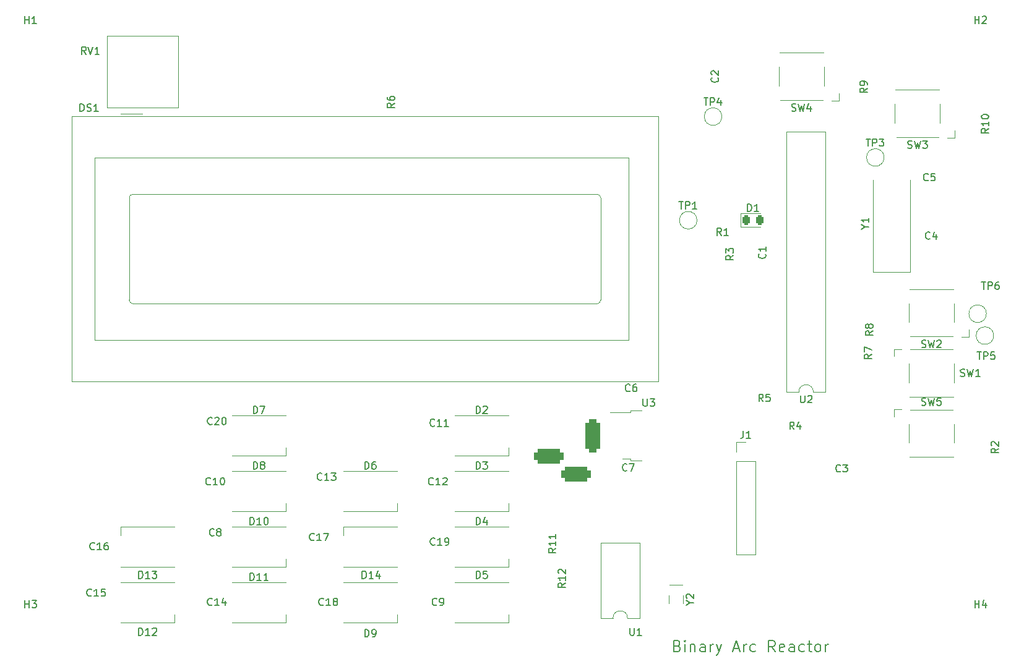
<source format=gbr>
%TF.GenerationSoftware,KiCad,Pcbnew,(6.0.6)*%
%TF.CreationDate,2022-07-23T16:49:30-07:00*%
%TF.ProjectId,HPS-Rect-Clock,4850532d-5265-4637-942d-436c6f636b2e,rev?*%
%TF.SameCoordinates,PX4b93a80PY8b0aba0*%
%TF.FileFunction,Legend,Top*%
%TF.FilePolarity,Positive*%
%FSLAX46Y46*%
G04 Gerber Fmt 4.6, Leading zero omitted, Abs format (unit mm)*
G04 Created by KiCad (PCBNEW (6.0.6)) date 2022-07-23 16:49:30*
%MOMM*%
%LPD*%
G01*
G04 APERTURE LIST*
G04 Aperture macros list*
%AMRoundRect*
0 Rectangle with rounded corners*
0 $1 Rounding radius*
0 $2 $3 $4 $5 $6 $7 $8 $9 X,Y pos of 4 corners*
0 Add a 4 corners polygon primitive as box body*
4,1,4,$2,$3,$4,$5,$6,$7,$8,$9,$2,$3,0*
0 Add four circle primitives for the rounded corners*
1,1,$1+$1,$2,$3*
1,1,$1+$1,$4,$5*
1,1,$1+$1,$6,$7*
1,1,$1+$1,$8,$9*
0 Add four rect primitives between the rounded corners*
20,1,$1+$1,$2,$3,$4,$5,0*
20,1,$1+$1,$4,$5,$6,$7,0*
20,1,$1+$1,$6,$7,$8,$9,0*
20,1,$1+$1,$8,$9,$2,$3,0*%
G04 Aperture macros list end*
%ADD10C,0.150000*%
%ADD11C,0.120000*%
%ADD12R,1.400000X1.150000*%
%ADD13C,3.200000*%
%ADD14R,1.600000X1.400000*%
%ADD15R,1.150000X1.400000*%
%ADD16R,1.500000X1.000000*%
%ADD17C,2.000000*%
%ADD18R,1.600000X1.600000*%
%ADD19O,1.600000X1.600000*%
%ADD20R,1.700000X1.700000*%
%ADD21O,1.700000X1.700000*%
%ADD22R,2.000000X4.500000*%
%ADD23C,1.440000*%
%ADD24R,1.800000X1.000000*%
%ADD25C,3.000000*%
%ADD26R,1.800000X2.600000*%
%ADD27O,1.800000X2.600000*%
%ADD28R,2.200000X1.200000*%
%ADD29R,6.400000X5.800000*%
%ADD30RoundRect,0.243750X-0.243750X-0.456250X0.243750X-0.456250X0.243750X0.456250X-0.243750X0.456250X0*%
%ADD31R,3.000000X3.000000*%
%ADD32RoundRect,0.500000X0.500000X-1.750000X0.500000X1.750000X-0.500000X1.750000X-0.500000X-1.750000X0*%
%ADD33RoundRect,0.500000X1.500000X0.500000X-1.500000X0.500000X-1.500000X-0.500000X1.500000X-0.500000X0*%
G04 APERTURE END LIST*
D10*
X94288428Y4299858D02*
X94506142Y4227286D01*
X94578714Y4154715D01*
X94651285Y4009572D01*
X94651285Y3791858D01*
X94578714Y3646715D01*
X94506142Y3574143D01*
X94361000Y3501572D01*
X93780428Y3501572D01*
X93780428Y5025572D01*
X94288428Y5025572D01*
X94433571Y4953000D01*
X94506142Y4880429D01*
X94578714Y4735286D01*
X94578714Y4590143D01*
X94506142Y4445000D01*
X94433571Y4372429D01*
X94288428Y4299858D01*
X93780428Y4299858D01*
X95304428Y3501572D02*
X95304428Y4517572D01*
X95304428Y5025572D02*
X95231857Y4953000D01*
X95304428Y4880429D01*
X95377000Y4953000D01*
X95304428Y5025572D01*
X95304428Y4880429D01*
X96030142Y4517572D02*
X96030142Y3501572D01*
X96030142Y4372429D02*
X96102714Y4445000D01*
X96247857Y4517572D01*
X96465571Y4517572D01*
X96610714Y4445000D01*
X96683285Y4299858D01*
X96683285Y3501572D01*
X98062142Y3501572D02*
X98062142Y4299858D01*
X97989571Y4445000D01*
X97844428Y4517572D01*
X97554142Y4517572D01*
X97409000Y4445000D01*
X98062142Y3574143D02*
X97917000Y3501572D01*
X97554142Y3501572D01*
X97409000Y3574143D01*
X97336428Y3719286D01*
X97336428Y3864429D01*
X97409000Y4009572D01*
X97554142Y4082143D01*
X97917000Y4082143D01*
X98062142Y4154715D01*
X98787857Y3501572D02*
X98787857Y4517572D01*
X98787857Y4227286D02*
X98860428Y4372429D01*
X98933000Y4445000D01*
X99078142Y4517572D01*
X99223285Y4517572D01*
X99586142Y4517572D02*
X99949000Y3501572D01*
X100311857Y4517572D02*
X99949000Y3501572D01*
X99803857Y3138715D01*
X99731285Y3066143D01*
X99586142Y2993572D01*
X101981000Y3937000D02*
X102706714Y3937000D01*
X101835857Y3501572D02*
X102343857Y5025572D01*
X102851857Y3501572D01*
X103359857Y3501572D02*
X103359857Y4517572D01*
X103359857Y4227286D02*
X103432428Y4372429D01*
X103505000Y4445000D01*
X103650142Y4517572D01*
X103795285Y4517572D01*
X104956428Y3574143D02*
X104811285Y3501572D01*
X104521000Y3501572D01*
X104375857Y3574143D01*
X104303285Y3646715D01*
X104230714Y3791858D01*
X104230714Y4227286D01*
X104303285Y4372429D01*
X104375857Y4445000D01*
X104521000Y4517572D01*
X104811285Y4517572D01*
X104956428Y4445000D01*
X107641571Y3501572D02*
X107133571Y4227286D01*
X106770714Y3501572D02*
X106770714Y5025572D01*
X107351285Y5025572D01*
X107496428Y4953000D01*
X107569000Y4880429D01*
X107641571Y4735286D01*
X107641571Y4517572D01*
X107569000Y4372429D01*
X107496428Y4299858D01*
X107351285Y4227286D01*
X106770714Y4227286D01*
X108875285Y3574143D02*
X108730142Y3501572D01*
X108439857Y3501572D01*
X108294714Y3574143D01*
X108222142Y3719286D01*
X108222142Y4299858D01*
X108294714Y4445000D01*
X108439857Y4517572D01*
X108730142Y4517572D01*
X108875285Y4445000D01*
X108947857Y4299858D01*
X108947857Y4154715D01*
X108222142Y4009572D01*
X110254142Y3501572D02*
X110254142Y4299858D01*
X110181571Y4445000D01*
X110036428Y4517572D01*
X109746142Y4517572D01*
X109601000Y4445000D01*
X110254142Y3574143D02*
X110109000Y3501572D01*
X109746142Y3501572D01*
X109601000Y3574143D01*
X109528428Y3719286D01*
X109528428Y3864429D01*
X109601000Y4009572D01*
X109746142Y4082143D01*
X110109000Y4082143D01*
X110254142Y4154715D01*
X111633000Y3574143D02*
X111487857Y3501572D01*
X111197571Y3501572D01*
X111052428Y3574143D01*
X110979857Y3646715D01*
X110907285Y3791858D01*
X110907285Y4227286D01*
X110979857Y4372429D01*
X111052428Y4445000D01*
X111197571Y4517572D01*
X111487857Y4517572D01*
X111633000Y4445000D01*
X112068428Y4517572D02*
X112649000Y4517572D01*
X112286142Y5025572D02*
X112286142Y3719286D01*
X112358714Y3574143D01*
X112503857Y3501572D01*
X112649000Y3501572D01*
X113374714Y3501572D02*
X113229571Y3574143D01*
X113157000Y3646715D01*
X113084428Y3791858D01*
X113084428Y4227286D01*
X113157000Y4372429D01*
X113229571Y4445000D01*
X113374714Y4517572D01*
X113592428Y4517572D01*
X113737571Y4445000D01*
X113810142Y4372429D01*
X113882714Y4227286D01*
X113882714Y3791858D01*
X113810142Y3646715D01*
X113737571Y3574143D01*
X113592428Y3501572D01*
X113374714Y3501572D01*
X114535857Y3501572D02*
X114535857Y4517572D01*
X114535857Y4227286D02*
X114608428Y4372429D01*
X114681000Y4445000D01*
X114826142Y4517572D01*
X114971285Y4517572D01*
%TO.C,R2*%
X138204380Y31329334D02*
X137728190Y30996000D01*
X138204380Y30757905D02*
X137204380Y30757905D01*
X137204380Y31138858D01*
X137252000Y31234096D01*
X137299619Y31281715D01*
X137394857Y31329334D01*
X137537714Y31329334D01*
X137632952Y31281715D01*
X137680571Y31234096D01*
X137728190Y31138858D01*
X137728190Y30757905D01*
X137299619Y31710286D02*
X137252000Y31757905D01*
X137204380Y31853143D01*
X137204380Y32091239D01*
X137252000Y32186477D01*
X137299619Y32234096D01*
X137394857Y32281715D01*
X137490095Y32281715D01*
X137632952Y32234096D01*
X138204380Y31662667D01*
X138204380Y32281715D01*
%TO.C,R11*%
X77644380Y17673143D02*
X77168190Y17339810D01*
X77644380Y17101715D02*
X76644380Y17101715D01*
X76644380Y17482667D01*
X76692000Y17577905D01*
X76739619Y17625524D01*
X76834857Y17673143D01*
X76977714Y17673143D01*
X77072952Y17625524D01*
X77120571Y17577905D01*
X77168190Y17482667D01*
X77168190Y17101715D01*
X77644380Y18625524D02*
X77644380Y18054096D01*
X77644380Y18339810D02*
X76644380Y18339810D01*
X76787238Y18244572D01*
X76882476Y18149334D01*
X76930095Y18054096D01*
X77644380Y19577905D02*
X77644380Y19006477D01*
X77644380Y19292191D02*
X76644380Y19292191D01*
X76787238Y19196953D01*
X76882476Y19101715D01*
X76930095Y19006477D01*
%TO.C,H4*%
X134990095Y9543620D02*
X134990095Y10543620D01*
X134990095Y10067429D02*
X135561523Y10067429D01*
X135561523Y9543620D02*
X135561523Y10543620D01*
X136466285Y10210286D02*
X136466285Y9543620D01*
X136228190Y10591239D02*
X135990095Y9876953D01*
X136609142Y9876953D01*
%TO.C,SW1*%
X133018666Y41251239D02*
X133161523Y41203620D01*
X133399619Y41203620D01*
X133494857Y41251239D01*
X133542476Y41298858D01*
X133590095Y41394096D01*
X133590095Y41489334D01*
X133542476Y41584572D01*
X133494857Y41632191D01*
X133399619Y41679810D01*
X133209142Y41727429D01*
X133113904Y41775048D01*
X133066285Y41822667D01*
X133018666Y41917905D01*
X133018666Y42013143D01*
X133066285Y42108381D01*
X133113904Y42156000D01*
X133209142Y42203620D01*
X133447238Y42203620D01*
X133590095Y42156000D01*
X133923428Y42203620D02*
X134161523Y41203620D01*
X134352000Y41917905D01*
X134542476Y41203620D01*
X134780571Y42203620D01*
X135685333Y41203620D02*
X135113904Y41203620D01*
X135399619Y41203620D02*
X135399619Y42203620D01*
X135304380Y42060762D01*
X135209142Y41965524D01*
X135113904Y41917905D01*
%TO.C,R3*%
X101924380Y57784334D02*
X101448190Y57451000D01*
X101924380Y57212905D02*
X100924380Y57212905D01*
X100924380Y57593858D01*
X100972000Y57689096D01*
X101019619Y57736715D01*
X101114857Y57784334D01*
X101257714Y57784334D01*
X101352952Y57736715D01*
X101400571Y57689096D01*
X101448190Y57593858D01*
X101448190Y57212905D01*
X100924380Y58117667D02*
X100924380Y58736715D01*
X101305333Y58403381D01*
X101305333Y58546239D01*
X101352952Y58641477D01*
X101400571Y58689096D01*
X101495809Y58736715D01*
X101733904Y58736715D01*
X101829142Y58689096D01*
X101876761Y58641477D01*
X101924380Y58546239D01*
X101924380Y58260524D01*
X101876761Y58165286D01*
X101829142Y58117667D01*
%TO.C,R4*%
X110235333Y33963620D02*
X109902000Y34439810D01*
X109663904Y33963620D02*
X109663904Y34963620D01*
X110044857Y34963620D01*
X110140095Y34916000D01*
X110187714Y34868381D01*
X110235333Y34773143D01*
X110235333Y34630286D01*
X110187714Y34535048D01*
X110140095Y34487429D01*
X110044857Y34439810D01*
X109663904Y34439810D01*
X111092476Y34630286D02*
X111092476Y33963620D01*
X110854380Y35011239D02*
X110616285Y34296953D01*
X111235333Y34296953D01*
%TO.C,C20*%
X30599142Y34693858D02*
X30551523Y34646239D01*
X30408666Y34598620D01*
X30313428Y34598620D01*
X30170571Y34646239D01*
X30075333Y34741477D01*
X30027714Y34836715D01*
X29980095Y35027191D01*
X29980095Y35170048D01*
X30027714Y35360524D01*
X30075333Y35455762D01*
X30170571Y35551000D01*
X30313428Y35598620D01*
X30408666Y35598620D01*
X30551523Y35551000D01*
X30599142Y35503381D01*
X30980095Y35503381D02*
X31027714Y35551000D01*
X31122952Y35598620D01*
X31361047Y35598620D01*
X31456285Y35551000D01*
X31503904Y35503381D01*
X31551523Y35408143D01*
X31551523Y35312905D01*
X31503904Y35170048D01*
X30932476Y34598620D01*
X31551523Y34598620D01*
X32170571Y35598620D02*
X32265809Y35598620D01*
X32361047Y35551000D01*
X32408666Y35503381D01*
X32456285Y35408143D01*
X32503904Y35217667D01*
X32503904Y34979572D01*
X32456285Y34789096D01*
X32408666Y34693858D01*
X32361047Y34646239D01*
X32265809Y34598620D01*
X32170571Y34598620D01*
X32075333Y34646239D01*
X32027714Y34693858D01*
X31980095Y34789096D01*
X31932476Y34979572D01*
X31932476Y35217667D01*
X31980095Y35408143D01*
X32027714Y35503381D01*
X32075333Y35551000D01*
X32170571Y35598620D01*
%TO.C,C13*%
X45624142Y27073858D02*
X45576523Y27026239D01*
X45433666Y26978620D01*
X45338428Y26978620D01*
X45195571Y27026239D01*
X45100333Y27121477D01*
X45052714Y27216715D01*
X45005095Y27407191D01*
X45005095Y27550048D01*
X45052714Y27740524D01*
X45100333Y27835762D01*
X45195571Y27931000D01*
X45338428Y27978620D01*
X45433666Y27978620D01*
X45576523Y27931000D01*
X45624142Y27883381D01*
X46576523Y26978620D02*
X46005095Y26978620D01*
X46290809Y26978620D02*
X46290809Y27978620D01*
X46195571Y27835762D01*
X46100333Y27740524D01*
X46005095Y27692905D01*
X46909857Y27978620D02*
X47528904Y27978620D01*
X47195571Y27597667D01*
X47338428Y27597667D01*
X47433666Y27550048D01*
X47481285Y27502429D01*
X47528904Y27407191D01*
X47528904Y27169096D01*
X47481285Y27073858D01*
X47433666Y27026239D01*
X47338428Y26978620D01*
X47052714Y26978620D01*
X46957476Y27026239D01*
X46909857Y27073858D01*
%TO.C,SW3*%
X125793666Y72511239D02*
X125936523Y72463620D01*
X126174619Y72463620D01*
X126269857Y72511239D01*
X126317476Y72558858D01*
X126365095Y72654096D01*
X126365095Y72749334D01*
X126317476Y72844572D01*
X126269857Y72892191D01*
X126174619Y72939810D01*
X125984142Y72987429D01*
X125888904Y73035048D01*
X125841285Y73082667D01*
X125793666Y73177905D01*
X125793666Y73273143D01*
X125841285Y73368381D01*
X125888904Y73416000D01*
X125984142Y73463620D01*
X126222238Y73463620D01*
X126365095Y73416000D01*
X126698428Y73463620D02*
X126936523Y72463620D01*
X127127000Y73177905D01*
X127317476Y72463620D01*
X127555571Y73463620D01*
X127841285Y73463620D02*
X128460333Y73463620D01*
X128127000Y73082667D01*
X128269857Y73082667D01*
X128365095Y73035048D01*
X128412714Y72987429D01*
X128460333Y72892191D01*
X128460333Y72654096D01*
X128412714Y72558858D01*
X128365095Y72511239D01*
X128269857Y72463620D01*
X127984142Y72463620D01*
X127888904Y72511239D01*
X127841285Y72558858D01*
%TO.C,D2*%
X66743904Y36143620D02*
X66743904Y37143620D01*
X66982000Y37143620D01*
X67124857Y37096000D01*
X67220095Y37000762D01*
X67267714Y36905524D01*
X67315333Y36715048D01*
X67315333Y36572191D01*
X67267714Y36381715D01*
X67220095Y36286477D01*
X67124857Y36191239D01*
X66982000Y36143620D01*
X66743904Y36143620D01*
X67696285Y37048381D02*
X67743904Y37096000D01*
X67839142Y37143620D01*
X68077238Y37143620D01*
X68172476Y37096000D01*
X68220095Y37048381D01*
X68267714Y36953143D01*
X68267714Y36857905D01*
X68220095Y36715048D01*
X67648666Y36143620D01*
X68267714Y36143620D01*
%TO.C,SW2*%
X127698666Y45206239D02*
X127841523Y45158620D01*
X128079619Y45158620D01*
X128174857Y45206239D01*
X128222476Y45253858D01*
X128270095Y45349096D01*
X128270095Y45444334D01*
X128222476Y45539572D01*
X128174857Y45587191D01*
X128079619Y45634810D01*
X127889142Y45682429D01*
X127793904Y45730048D01*
X127746285Y45777667D01*
X127698666Y45872905D01*
X127698666Y45968143D01*
X127746285Y46063381D01*
X127793904Y46111000D01*
X127889142Y46158620D01*
X128127238Y46158620D01*
X128270095Y46111000D01*
X128603428Y46158620D02*
X128841523Y45158620D01*
X129032000Y45872905D01*
X129222476Y45158620D01*
X129460571Y46158620D01*
X129793904Y46063381D02*
X129841523Y46111000D01*
X129936761Y46158620D01*
X130174857Y46158620D01*
X130270095Y46111000D01*
X130317714Y46063381D01*
X130365333Y45968143D01*
X130365333Y45872905D01*
X130317714Y45730048D01*
X129746285Y45158620D01*
X130365333Y45158620D01*
%TO.C,R9*%
X120254380Y80679334D02*
X119778190Y80346000D01*
X120254380Y80107905D02*
X119254380Y80107905D01*
X119254380Y80488858D01*
X119302000Y80584096D01*
X119349619Y80631715D01*
X119444857Y80679334D01*
X119587714Y80679334D01*
X119682952Y80631715D01*
X119730571Y80584096D01*
X119778190Y80488858D01*
X119778190Y80107905D01*
X120254380Y81155524D02*
X120254380Y81346000D01*
X120206761Y81441239D01*
X120159142Y81488858D01*
X120016285Y81584096D01*
X119825809Y81631715D01*
X119444857Y81631715D01*
X119349619Y81584096D01*
X119302000Y81536477D01*
X119254380Y81441239D01*
X119254380Y81250762D01*
X119302000Y81155524D01*
X119349619Y81107905D01*
X119444857Y81060286D01*
X119682952Y81060286D01*
X119778190Y81107905D01*
X119825809Y81155524D01*
X119873428Y81250762D01*
X119873428Y81441239D01*
X119825809Y81536477D01*
X119778190Y81584096D01*
X119682952Y81631715D01*
%TO.C,C11*%
X61044142Y34468858D02*
X60996523Y34421239D01*
X60853666Y34373620D01*
X60758428Y34373620D01*
X60615571Y34421239D01*
X60520333Y34516477D01*
X60472714Y34611715D01*
X60425095Y34802191D01*
X60425095Y34945048D01*
X60472714Y35135524D01*
X60520333Y35230762D01*
X60615571Y35326000D01*
X60758428Y35373620D01*
X60853666Y35373620D01*
X60996523Y35326000D01*
X61044142Y35278381D01*
X61996523Y34373620D02*
X61425095Y34373620D01*
X61710809Y34373620D02*
X61710809Y35373620D01*
X61615571Y35230762D01*
X61520333Y35135524D01*
X61425095Y35087905D01*
X62948904Y34373620D02*
X62377476Y34373620D01*
X62663190Y34373620D02*
X62663190Y35373620D01*
X62567952Y35230762D01*
X62472714Y35135524D01*
X62377476Y35087905D01*
%TO.C,R5*%
X106005333Y37773620D02*
X105672000Y38249810D01*
X105433904Y37773620D02*
X105433904Y38773620D01*
X105814857Y38773620D01*
X105910095Y38726000D01*
X105957714Y38678381D01*
X106005333Y38583143D01*
X106005333Y38440286D01*
X105957714Y38345048D01*
X105910095Y38297429D01*
X105814857Y38249810D01*
X105433904Y38249810D01*
X106910095Y38773620D02*
X106433904Y38773620D01*
X106386285Y38297429D01*
X106433904Y38345048D01*
X106529142Y38392667D01*
X106767238Y38392667D01*
X106862476Y38345048D01*
X106910095Y38297429D01*
X106957714Y38202191D01*
X106957714Y37964096D01*
X106910095Y37868858D01*
X106862476Y37821239D01*
X106767238Y37773620D01*
X106529142Y37773620D01*
X106433904Y37821239D01*
X106386285Y37868858D01*
%TO.C,C4*%
X128835333Y60088858D02*
X128787714Y60041239D01*
X128644857Y59993620D01*
X128549619Y59993620D01*
X128406761Y60041239D01*
X128311523Y60136477D01*
X128263904Y60231715D01*
X128216285Y60422191D01*
X128216285Y60565048D01*
X128263904Y60755524D01*
X128311523Y60850762D01*
X128406761Y60946000D01*
X128549619Y60993620D01*
X128644857Y60993620D01*
X128787714Y60946000D01*
X128835333Y60898381D01*
X129692476Y60660286D02*
X129692476Y59993620D01*
X129454380Y61041239D02*
X129216285Y60326953D01*
X129835333Y60326953D01*
%TO.C,D7*%
X36263904Y36143620D02*
X36263904Y37143620D01*
X36502000Y37143620D01*
X36644857Y37096000D01*
X36740095Y37000762D01*
X36787714Y36905524D01*
X36835333Y36715048D01*
X36835333Y36572191D01*
X36787714Y36381715D01*
X36740095Y36286477D01*
X36644857Y36191239D01*
X36502000Y36143620D01*
X36263904Y36143620D01*
X37168666Y37143620D02*
X37835333Y37143620D01*
X37406761Y36143620D01*
%TO.C,TP6*%
X135890095Y54143620D02*
X136461523Y54143620D01*
X136175809Y53143620D02*
X136175809Y54143620D01*
X136794857Y53143620D02*
X136794857Y54143620D01*
X137175809Y54143620D01*
X137271047Y54096000D01*
X137318666Y54048381D01*
X137366285Y53953143D01*
X137366285Y53810286D01*
X137318666Y53715048D01*
X137271047Y53667429D01*
X137175809Y53619810D01*
X136794857Y53619810D01*
X138223428Y54143620D02*
X138032952Y54143620D01*
X137937714Y54096000D01*
X137890095Y54048381D01*
X137794857Y53905524D01*
X137747238Y53715048D01*
X137747238Y53334096D01*
X137794857Y53238858D01*
X137842476Y53191239D01*
X137937714Y53143620D01*
X138128190Y53143620D01*
X138223428Y53191239D01*
X138271047Y53238858D01*
X138318666Y53334096D01*
X138318666Y53572191D01*
X138271047Y53667429D01*
X138223428Y53715048D01*
X138128190Y53762667D01*
X137937714Y53762667D01*
X137842476Y53715048D01*
X137794857Y53667429D01*
X137747238Y53572191D01*
%TO.C,D8*%
X36263904Y28523620D02*
X36263904Y29523620D01*
X36502000Y29523620D01*
X36644857Y29476000D01*
X36740095Y29380762D01*
X36787714Y29285524D01*
X36835333Y29095048D01*
X36835333Y28952191D01*
X36787714Y28761715D01*
X36740095Y28666477D01*
X36644857Y28571239D01*
X36502000Y28523620D01*
X36263904Y28523620D01*
X37406761Y29095048D02*
X37311523Y29142667D01*
X37263904Y29190286D01*
X37216285Y29285524D01*
X37216285Y29333143D01*
X37263904Y29428381D01*
X37311523Y29476000D01*
X37406761Y29523620D01*
X37597238Y29523620D01*
X37692476Y29476000D01*
X37740095Y29428381D01*
X37787714Y29333143D01*
X37787714Y29285524D01*
X37740095Y29190286D01*
X37692476Y29142667D01*
X37597238Y29095048D01*
X37406761Y29095048D01*
X37311523Y29047429D01*
X37263904Y28999810D01*
X37216285Y28904572D01*
X37216285Y28714096D01*
X37263904Y28618858D01*
X37311523Y28571239D01*
X37406761Y28523620D01*
X37597238Y28523620D01*
X37692476Y28571239D01*
X37740095Y28618858D01*
X37787714Y28714096D01*
X37787714Y28904572D01*
X37740095Y28999810D01*
X37692476Y29047429D01*
X37597238Y29095048D01*
%TO.C,R1*%
X100290333Y60508620D02*
X99957000Y60984810D01*
X99718904Y60508620D02*
X99718904Y61508620D01*
X100099857Y61508620D01*
X100195095Y61461000D01*
X100242714Y61413381D01*
X100290333Y61318143D01*
X100290333Y61175286D01*
X100242714Y61080048D01*
X100195095Y61032429D01*
X100099857Y60984810D01*
X99718904Y60984810D01*
X101242714Y60508620D02*
X100671285Y60508620D01*
X100957000Y60508620D02*
X100957000Y61508620D01*
X100861761Y61365762D01*
X100766523Y61270524D01*
X100671285Y61222905D01*
%TO.C,R8*%
X121004380Y47429334D02*
X120528190Y47096000D01*
X121004380Y46857905D02*
X120004380Y46857905D01*
X120004380Y47238858D01*
X120052000Y47334096D01*
X120099619Y47381715D01*
X120194857Y47429334D01*
X120337714Y47429334D01*
X120432952Y47381715D01*
X120480571Y47334096D01*
X120528190Y47238858D01*
X120528190Y46857905D01*
X120432952Y48000762D02*
X120385333Y47905524D01*
X120337714Y47857905D01*
X120242476Y47810286D01*
X120194857Y47810286D01*
X120099619Y47857905D01*
X120052000Y47905524D01*
X120004380Y48000762D01*
X120004380Y48191239D01*
X120052000Y48286477D01*
X120099619Y48334096D01*
X120194857Y48381715D01*
X120242476Y48381715D01*
X120337714Y48334096D01*
X120385333Y48286477D01*
X120432952Y48191239D01*
X120432952Y48000762D01*
X120480571Y47905524D01*
X120528190Y47857905D01*
X120623428Y47810286D01*
X120813904Y47810286D01*
X120909142Y47857905D01*
X120956761Y47905524D01*
X121004380Y48000762D01*
X121004380Y48191239D01*
X120956761Y48286477D01*
X120909142Y48334096D01*
X120813904Y48381715D01*
X120623428Y48381715D01*
X120528190Y48334096D01*
X120480571Y48286477D01*
X120432952Y48191239D01*
%TO.C,U2*%
X111115095Y38613620D02*
X111115095Y37804096D01*
X111162714Y37708858D01*
X111210333Y37661239D01*
X111305571Y37613620D01*
X111496047Y37613620D01*
X111591285Y37661239D01*
X111638904Y37708858D01*
X111686523Y37804096D01*
X111686523Y38613620D01*
X112115095Y38518381D02*
X112162714Y38566000D01*
X112257952Y38613620D01*
X112496047Y38613620D01*
X112591285Y38566000D01*
X112638904Y38518381D01*
X112686523Y38423143D01*
X112686523Y38327905D01*
X112638904Y38185048D01*
X112067476Y37613620D01*
X112686523Y37613620D01*
%TO.C,C3*%
X116585333Y28218858D02*
X116537714Y28171239D01*
X116394857Y28123620D01*
X116299619Y28123620D01*
X116156761Y28171239D01*
X116061523Y28266477D01*
X116013904Y28361715D01*
X115966285Y28552191D01*
X115966285Y28695048D01*
X116013904Y28885524D01*
X116061523Y28980762D01*
X116156761Y29076000D01*
X116299619Y29123620D01*
X116394857Y29123620D01*
X116537714Y29076000D01*
X116585333Y29028381D01*
X116918666Y29123620D02*
X117537714Y29123620D01*
X117204380Y28742667D01*
X117347238Y28742667D01*
X117442476Y28695048D01*
X117490095Y28647429D01*
X117537714Y28552191D01*
X117537714Y28314096D01*
X117490095Y28218858D01*
X117442476Y28171239D01*
X117347238Y28123620D01*
X117061523Y28123620D01*
X116966285Y28171239D01*
X116918666Y28218858D01*
%TO.C,C6*%
X87785333Y39238858D02*
X87737714Y39191239D01*
X87594857Y39143620D01*
X87499619Y39143620D01*
X87356761Y39191239D01*
X87261523Y39286477D01*
X87213904Y39381715D01*
X87166285Y39572191D01*
X87166285Y39715048D01*
X87213904Y39905524D01*
X87261523Y40000762D01*
X87356761Y40096000D01*
X87499619Y40143620D01*
X87594857Y40143620D01*
X87737714Y40096000D01*
X87785333Y40048381D01*
X88642476Y40143620D02*
X88452000Y40143620D01*
X88356761Y40096000D01*
X88309142Y40048381D01*
X88213904Y39905524D01*
X88166285Y39715048D01*
X88166285Y39334096D01*
X88213904Y39238858D01*
X88261523Y39191239D01*
X88356761Y39143620D01*
X88547238Y39143620D01*
X88642476Y39191239D01*
X88690095Y39238858D01*
X88737714Y39334096D01*
X88737714Y39572191D01*
X88690095Y39667429D01*
X88642476Y39715048D01*
X88547238Y39762667D01*
X88356761Y39762667D01*
X88261523Y39715048D01*
X88213904Y39667429D01*
X88166285Y39572191D01*
%TO.C,C8*%
X30860333Y19453858D02*
X30812714Y19406239D01*
X30669857Y19358620D01*
X30574619Y19358620D01*
X30431761Y19406239D01*
X30336523Y19501477D01*
X30288904Y19596715D01*
X30241285Y19787191D01*
X30241285Y19930048D01*
X30288904Y20120524D01*
X30336523Y20215762D01*
X30431761Y20311000D01*
X30574619Y20358620D01*
X30669857Y20358620D01*
X30812714Y20311000D01*
X30860333Y20263381D01*
X31431761Y19930048D02*
X31336523Y19977667D01*
X31288904Y20025286D01*
X31241285Y20120524D01*
X31241285Y20168143D01*
X31288904Y20263381D01*
X31336523Y20311000D01*
X31431761Y20358620D01*
X31622238Y20358620D01*
X31717476Y20311000D01*
X31765095Y20263381D01*
X31812714Y20168143D01*
X31812714Y20120524D01*
X31765095Y20025286D01*
X31717476Y19977667D01*
X31622238Y19930048D01*
X31431761Y19930048D01*
X31336523Y19882429D01*
X31288904Y19834810D01*
X31241285Y19739572D01*
X31241285Y19549096D01*
X31288904Y19453858D01*
X31336523Y19406239D01*
X31431761Y19358620D01*
X31622238Y19358620D01*
X31717476Y19406239D01*
X31765095Y19453858D01*
X31812714Y19549096D01*
X31812714Y19739572D01*
X31765095Y19834810D01*
X31717476Y19882429D01*
X31622238Y19930048D01*
%TO.C,R12*%
X78954380Y12903143D02*
X78478190Y12569810D01*
X78954380Y12331715D02*
X77954380Y12331715D01*
X77954380Y12712667D01*
X78002000Y12807905D01*
X78049619Y12855524D01*
X78144857Y12903143D01*
X78287714Y12903143D01*
X78382952Y12855524D01*
X78430571Y12807905D01*
X78478190Y12712667D01*
X78478190Y12331715D01*
X78954380Y13855524D02*
X78954380Y13284096D01*
X78954380Y13569810D02*
X77954380Y13569810D01*
X78097238Y13474572D01*
X78192476Y13379334D01*
X78240095Y13284096D01*
X78049619Y14236477D02*
X78002000Y14284096D01*
X77954380Y14379334D01*
X77954380Y14617429D01*
X78002000Y14712667D01*
X78049619Y14760286D01*
X78144857Y14807905D01*
X78240095Y14807905D01*
X78382952Y14760286D01*
X78954380Y14188858D01*
X78954380Y14807905D01*
%TO.C,J1*%
X103298666Y33738620D02*
X103298666Y33024334D01*
X103251047Y32881477D01*
X103155809Y32786239D01*
X103012952Y32738620D01*
X102917714Y32738620D01*
X104298666Y32738620D02*
X103727238Y32738620D01*
X104012952Y32738620D02*
X104012952Y33738620D01*
X103917714Y33595762D01*
X103822476Y33500524D01*
X103727238Y33452905D01*
%TO.C,SW5*%
X127698666Y37296239D02*
X127841523Y37248620D01*
X128079619Y37248620D01*
X128174857Y37296239D01*
X128222476Y37343858D01*
X128270095Y37439096D01*
X128270095Y37534334D01*
X128222476Y37629572D01*
X128174857Y37677191D01*
X128079619Y37724810D01*
X127889142Y37772429D01*
X127793904Y37820048D01*
X127746285Y37867667D01*
X127698666Y37962905D01*
X127698666Y38058143D01*
X127746285Y38153381D01*
X127793904Y38201000D01*
X127889142Y38248620D01*
X128127238Y38248620D01*
X128270095Y38201000D01*
X128603428Y38248620D02*
X128841523Y37248620D01*
X129032000Y37962905D01*
X129222476Y37248620D01*
X129460571Y38248620D01*
X130317714Y38248620D02*
X129841523Y38248620D01*
X129793904Y37772429D01*
X129841523Y37820048D01*
X129936761Y37867667D01*
X130174857Y37867667D01*
X130270095Y37820048D01*
X130317714Y37772429D01*
X130365333Y37677191D01*
X130365333Y37439096D01*
X130317714Y37343858D01*
X130270095Y37296239D01*
X130174857Y37248620D01*
X129936761Y37248620D01*
X129841523Y37296239D01*
X129793904Y37343858D01*
%TO.C,D11*%
X35787714Y13283620D02*
X35787714Y14283620D01*
X36025809Y14283620D01*
X36168666Y14236000D01*
X36263904Y14140762D01*
X36311523Y14045524D01*
X36359142Y13855048D01*
X36359142Y13712191D01*
X36311523Y13521715D01*
X36263904Y13426477D01*
X36168666Y13331239D01*
X36025809Y13283620D01*
X35787714Y13283620D01*
X37311523Y13283620D02*
X36740095Y13283620D01*
X37025809Y13283620D02*
X37025809Y14283620D01*
X36930571Y14140762D01*
X36835333Y14045524D01*
X36740095Y13997905D01*
X38263904Y13283620D02*
X37692476Y13283620D01*
X37978190Y13283620D02*
X37978190Y14283620D01*
X37882952Y14140762D01*
X37787714Y14045524D01*
X37692476Y13997905D01*
%TO.C,D10*%
X35787714Y20903620D02*
X35787714Y21903620D01*
X36025809Y21903620D01*
X36168666Y21856000D01*
X36263904Y21760762D01*
X36311523Y21665524D01*
X36359142Y21475048D01*
X36359142Y21332191D01*
X36311523Y21141715D01*
X36263904Y21046477D01*
X36168666Y20951239D01*
X36025809Y20903620D01*
X35787714Y20903620D01*
X37311523Y20903620D02*
X36740095Y20903620D01*
X37025809Y20903620D02*
X37025809Y21903620D01*
X36930571Y21760762D01*
X36835333Y21665524D01*
X36740095Y21617905D01*
X37930571Y21903620D02*
X38025809Y21903620D01*
X38121047Y21856000D01*
X38168666Y21808381D01*
X38216285Y21713143D01*
X38263904Y21522667D01*
X38263904Y21284572D01*
X38216285Y21094096D01*
X38168666Y20998858D01*
X38121047Y20951239D01*
X38025809Y20903620D01*
X37930571Y20903620D01*
X37835333Y20951239D01*
X37787714Y20998858D01*
X37740095Y21094096D01*
X37692476Y21284572D01*
X37692476Y21522667D01*
X37740095Y21713143D01*
X37787714Y21808381D01*
X37835333Y21856000D01*
X37930571Y21903620D01*
%TO.C,R10*%
X136854380Y75153143D02*
X136378190Y74819810D01*
X136854380Y74581715D02*
X135854380Y74581715D01*
X135854380Y74962667D01*
X135902000Y75057905D01*
X135949619Y75105524D01*
X136044857Y75153143D01*
X136187714Y75153143D01*
X136282952Y75105524D01*
X136330571Y75057905D01*
X136378190Y74962667D01*
X136378190Y74581715D01*
X136854380Y76105524D02*
X136854380Y75534096D01*
X136854380Y75819810D02*
X135854380Y75819810D01*
X135997238Y75724572D01*
X136092476Y75629334D01*
X136140095Y75534096D01*
X135854380Y76724572D02*
X135854380Y76819810D01*
X135902000Y76915048D01*
X135949619Y76962667D01*
X136044857Y77010286D01*
X136235333Y77057905D01*
X136473428Y77057905D01*
X136663904Y77010286D01*
X136759142Y76962667D01*
X136806761Y76915048D01*
X136854380Y76819810D01*
X136854380Y76724572D01*
X136806761Y76629334D01*
X136759142Y76581715D01*
X136663904Y76534096D01*
X136473428Y76486477D01*
X136235333Y76486477D01*
X136044857Y76534096D01*
X135949619Y76581715D01*
X135902000Y76629334D01*
X135854380Y76724572D01*
%TO.C,D12*%
X20537714Y5743620D02*
X20537714Y6743620D01*
X20775809Y6743620D01*
X20918666Y6696000D01*
X21013904Y6600762D01*
X21061523Y6505524D01*
X21109142Y6315048D01*
X21109142Y6172191D01*
X21061523Y5981715D01*
X21013904Y5886477D01*
X20918666Y5791239D01*
X20775809Y5743620D01*
X20537714Y5743620D01*
X22061523Y5743620D02*
X21490095Y5743620D01*
X21775809Y5743620D02*
X21775809Y6743620D01*
X21680571Y6600762D01*
X21585333Y6505524D01*
X21490095Y6457905D01*
X22442476Y6648381D02*
X22490095Y6696000D01*
X22585333Y6743620D01*
X22823428Y6743620D01*
X22918666Y6696000D01*
X22966285Y6648381D01*
X23013904Y6553143D01*
X23013904Y6457905D01*
X22966285Y6315048D01*
X22394857Y5743620D01*
X23013904Y5743620D01*
%TO.C,C9*%
X61340333Y9928858D02*
X61292714Y9881239D01*
X61149857Y9833620D01*
X61054619Y9833620D01*
X60911761Y9881239D01*
X60816523Y9976477D01*
X60768904Y10071715D01*
X60721285Y10262191D01*
X60721285Y10405048D01*
X60768904Y10595524D01*
X60816523Y10690762D01*
X60911761Y10786000D01*
X61054619Y10833620D01*
X61149857Y10833620D01*
X61292714Y10786000D01*
X61340333Y10738381D01*
X61816523Y9833620D02*
X62007000Y9833620D01*
X62102238Y9881239D01*
X62149857Y9928858D01*
X62245095Y10071715D01*
X62292714Y10262191D01*
X62292714Y10643143D01*
X62245095Y10738381D01*
X62197476Y10786000D01*
X62102238Y10833620D01*
X61911761Y10833620D01*
X61816523Y10786000D01*
X61768904Y10738381D01*
X61721285Y10643143D01*
X61721285Y10405048D01*
X61768904Y10309810D01*
X61816523Y10262191D01*
X61911761Y10214572D01*
X62102238Y10214572D01*
X62197476Y10262191D01*
X62245095Y10309810D01*
X62292714Y10405048D01*
%TO.C,TP4*%
X97890095Y79341620D02*
X98461523Y79341620D01*
X98175809Y78341620D02*
X98175809Y79341620D01*
X98794857Y78341620D02*
X98794857Y79341620D01*
X99175809Y79341620D01*
X99271047Y79294000D01*
X99318666Y79246381D01*
X99366285Y79151143D01*
X99366285Y79008286D01*
X99318666Y78913048D01*
X99271047Y78865429D01*
X99175809Y78817810D01*
X98794857Y78817810D01*
X100223428Y79008286D02*
X100223428Y78341620D01*
X99985333Y79389239D02*
X99747238Y78674953D01*
X100366285Y78674953D01*
%TO.C,Y1*%
X119978190Y61719810D02*
X120454380Y61719810D01*
X119454380Y61386477D02*
X119978190Y61719810D01*
X119454380Y62053143D01*
X120454380Y62910286D02*
X120454380Y62338858D01*
X120454380Y62624572D02*
X119454380Y62624572D01*
X119597238Y62529334D01*
X119692476Y62434096D01*
X119740095Y62338858D01*
%TO.C,SW4*%
X109918666Y77591239D02*
X110061523Y77543620D01*
X110299619Y77543620D01*
X110394857Y77591239D01*
X110442476Y77638858D01*
X110490095Y77734096D01*
X110490095Y77829334D01*
X110442476Y77924572D01*
X110394857Y77972191D01*
X110299619Y78019810D01*
X110109142Y78067429D01*
X110013904Y78115048D01*
X109966285Y78162667D01*
X109918666Y78257905D01*
X109918666Y78353143D01*
X109966285Y78448381D01*
X110013904Y78496000D01*
X110109142Y78543620D01*
X110347238Y78543620D01*
X110490095Y78496000D01*
X110823428Y78543620D02*
X111061523Y77543620D01*
X111252000Y78257905D01*
X111442476Y77543620D01*
X111680571Y78543620D01*
X112490095Y78210286D02*
X112490095Y77543620D01*
X112252000Y78591239D02*
X112013904Y77876953D01*
X112632952Y77876953D01*
%TO.C,RV1*%
X13356761Y85343620D02*
X13023428Y85819810D01*
X12785333Y85343620D02*
X12785333Y86343620D01*
X13166285Y86343620D01*
X13261523Y86296000D01*
X13309142Y86248381D01*
X13356761Y86153143D01*
X13356761Y86010286D01*
X13309142Y85915048D01*
X13261523Y85867429D01*
X13166285Y85819810D01*
X12785333Y85819810D01*
X13642476Y86343620D02*
X13975809Y85343620D01*
X14309142Y86343620D01*
X15166285Y85343620D02*
X14594857Y85343620D01*
X14880571Y85343620D02*
X14880571Y86343620D01*
X14785333Y86200762D01*
X14690095Y86105524D01*
X14594857Y86057905D01*
%TO.C,Y2*%
X96008190Y10219810D02*
X96484380Y10219810D01*
X95484380Y9886477D02*
X96008190Y10219810D01*
X95484380Y10553143D01*
X95579619Y10838858D02*
X95532000Y10886477D01*
X95484380Y10981715D01*
X95484380Y11219810D01*
X95532000Y11315048D01*
X95579619Y11362667D01*
X95674857Y11410286D01*
X95770095Y11410286D01*
X95912952Y11362667D01*
X96484380Y10791239D01*
X96484380Y11410286D01*
%TO.C,C19*%
X61079142Y18183858D02*
X61031523Y18136239D01*
X60888666Y18088620D01*
X60793428Y18088620D01*
X60650571Y18136239D01*
X60555333Y18231477D01*
X60507714Y18326715D01*
X60460095Y18517191D01*
X60460095Y18660048D01*
X60507714Y18850524D01*
X60555333Y18945762D01*
X60650571Y19041000D01*
X60793428Y19088620D01*
X60888666Y19088620D01*
X61031523Y19041000D01*
X61079142Y18993381D01*
X62031523Y18088620D02*
X61460095Y18088620D01*
X61745809Y18088620D02*
X61745809Y19088620D01*
X61650571Y18945762D01*
X61555333Y18850524D01*
X61460095Y18802905D01*
X62507714Y18088620D02*
X62698190Y18088620D01*
X62793428Y18136239D01*
X62841047Y18183858D01*
X62936285Y18326715D01*
X62983904Y18517191D01*
X62983904Y18898143D01*
X62936285Y18993381D01*
X62888666Y19041000D01*
X62793428Y19088620D01*
X62602952Y19088620D01*
X62507714Y19041000D01*
X62460095Y18993381D01*
X62412476Y18898143D01*
X62412476Y18660048D01*
X62460095Y18564810D01*
X62507714Y18517191D01*
X62602952Y18469572D01*
X62793428Y18469572D01*
X62888666Y18517191D01*
X62936285Y18564810D01*
X62983904Y18660048D01*
%TO.C,C16*%
X14509142Y17548858D02*
X14461523Y17501239D01*
X14318666Y17453620D01*
X14223428Y17453620D01*
X14080571Y17501239D01*
X13985333Y17596477D01*
X13937714Y17691715D01*
X13890095Y17882191D01*
X13890095Y18025048D01*
X13937714Y18215524D01*
X13985333Y18310762D01*
X14080571Y18406000D01*
X14223428Y18453620D01*
X14318666Y18453620D01*
X14461523Y18406000D01*
X14509142Y18358381D01*
X15461523Y17453620D02*
X14890095Y17453620D01*
X15175809Y17453620D02*
X15175809Y18453620D01*
X15080571Y18310762D01*
X14985333Y18215524D01*
X14890095Y18167905D01*
X16318666Y18453620D02*
X16128190Y18453620D01*
X16032952Y18406000D01*
X15985333Y18358381D01*
X15890095Y18215524D01*
X15842476Y18025048D01*
X15842476Y17644096D01*
X15890095Y17548858D01*
X15937714Y17501239D01*
X16032952Y17453620D01*
X16223428Y17453620D01*
X16318666Y17501239D01*
X16366285Y17548858D01*
X16413904Y17644096D01*
X16413904Y17882191D01*
X16366285Y17977429D01*
X16318666Y18025048D01*
X16223428Y18072667D01*
X16032952Y18072667D01*
X15937714Y18025048D01*
X15890095Y17977429D01*
X15842476Y17882191D01*
%TO.C,H2*%
X134990095Y89543620D02*
X134990095Y90543620D01*
X134990095Y90067429D02*
X135561523Y90067429D01*
X135561523Y89543620D02*
X135561523Y90543620D01*
X135990095Y90448381D02*
X136037714Y90496000D01*
X136132952Y90543620D01*
X136371047Y90543620D01*
X136466285Y90496000D01*
X136513904Y90448381D01*
X136561523Y90353143D01*
X136561523Y90257905D01*
X136513904Y90115048D01*
X135942476Y89543620D01*
X136561523Y89543620D01*
%TO.C,C14*%
X30599142Y9928858D02*
X30551523Y9881239D01*
X30408666Y9833620D01*
X30313428Y9833620D01*
X30170571Y9881239D01*
X30075333Y9976477D01*
X30027714Y10071715D01*
X29980095Y10262191D01*
X29980095Y10405048D01*
X30027714Y10595524D01*
X30075333Y10690762D01*
X30170571Y10786000D01*
X30313428Y10833620D01*
X30408666Y10833620D01*
X30551523Y10786000D01*
X30599142Y10738381D01*
X31551523Y9833620D02*
X30980095Y9833620D01*
X31265809Y9833620D02*
X31265809Y10833620D01*
X31170571Y10690762D01*
X31075333Y10595524D01*
X30980095Y10547905D01*
X32408666Y10500286D02*
X32408666Y9833620D01*
X32170571Y10881239D02*
X31932476Y10166953D01*
X32551523Y10166953D01*
%TO.C,TP5*%
X135290095Y44543620D02*
X135861523Y44543620D01*
X135575809Y43543620D02*
X135575809Y44543620D01*
X136194857Y43543620D02*
X136194857Y44543620D01*
X136575809Y44543620D01*
X136671047Y44496000D01*
X136718666Y44448381D01*
X136766285Y44353143D01*
X136766285Y44210286D01*
X136718666Y44115048D01*
X136671047Y44067429D01*
X136575809Y44019810D01*
X136194857Y44019810D01*
X137671047Y44543620D02*
X137194857Y44543620D01*
X137147238Y44067429D01*
X137194857Y44115048D01*
X137290095Y44162667D01*
X137528190Y44162667D01*
X137623428Y44115048D01*
X137671047Y44067429D01*
X137718666Y43972191D01*
X137718666Y43734096D01*
X137671047Y43638858D01*
X137623428Y43591239D01*
X137528190Y43543620D01*
X137290095Y43543620D01*
X137194857Y43591239D01*
X137147238Y43638858D01*
%TO.C,D13*%
X20547714Y13543620D02*
X20547714Y14543620D01*
X20785809Y14543620D01*
X20928666Y14496000D01*
X21023904Y14400762D01*
X21071523Y14305524D01*
X21119142Y14115048D01*
X21119142Y13972191D01*
X21071523Y13781715D01*
X21023904Y13686477D01*
X20928666Y13591239D01*
X20785809Y13543620D01*
X20547714Y13543620D01*
X22071523Y13543620D02*
X21500095Y13543620D01*
X21785809Y13543620D02*
X21785809Y14543620D01*
X21690571Y14400762D01*
X21595333Y14305524D01*
X21500095Y14257905D01*
X22404857Y14543620D02*
X23023904Y14543620D01*
X22690571Y14162667D01*
X22833428Y14162667D01*
X22928666Y14115048D01*
X22976285Y14067429D01*
X23023904Y13972191D01*
X23023904Y13734096D01*
X22976285Y13638858D01*
X22928666Y13591239D01*
X22833428Y13543620D01*
X22547714Y13543620D01*
X22452476Y13591239D01*
X22404857Y13638858D01*
%TO.C,H3*%
X4990095Y9543620D02*
X4990095Y10543620D01*
X4990095Y10067429D02*
X5561523Y10067429D01*
X5561523Y9543620D02*
X5561523Y10543620D01*
X5942476Y10543620D02*
X6561523Y10543620D01*
X6228190Y10162667D01*
X6371047Y10162667D01*
X6466285Y10115048D01*
X6513904Y10067429D01*
X6561523Y9972191D01*
X6561523Y9734096D01*
X6513904Y9638858D01*
X6466285Y9591239D01*
X6371047Y9543620D01*
X6085333Y9543620D01*
X5990095Y9591239D01*
X5942476Y9638858D01*
%TO.C,DS1*%
X12527714Y77516120D02*
X12527714Y78516120D01*
X12765809Y78516120D01*
X12908666Y78468500D01*
X13003904Y78373262D01*
X13051523Y78278024D01*
X13099142Y78087548D01*
X13099142Y77944691D01*
X13051523Y77754215D01*
X13003904Y77658977D01*
X12908666Y77563739D01*
X12765809Y77516120D01*
X12527714Y77516120D01*
X13480095Y77563739D02*
X13622952Y77516120D01*
X13861047Y77516120D01*
X13956285Y77563739D01*
X14003904Y77611358D01*
X14051523Y77706596D01*
X14051523Y77801834D01*
X14003904Y77897072D01*
X13956285Y77944691D01*
X13861047Y77992310D01*
X13670571Y78039929D01*
X13575333Y78087548D01*
X13527714Y78135167D01*
X13480095Y78230405D01*
X13480095Y78325643D01*
X13527714Y78420881D01*
X13575333Y78468500D01*
X13670571Y78516120D01*
X13908666Y78516120D01*
X14051523Y78468500D01*
X15003904Y77516120D02*
X14432476Y77516120D01*
X14718190Y77516120D02*
X14718190Y78516120D01*
X14622952Y78373262D01*
X14527714Y78278024D01*
X14432476Y78230405D01*
%TO.C,TP1*%
X94490095Y65141620D02*
X95061523Y65141620D01*
X94775809Y64141620D02*
X94775809Y65141620D01*
X95394857Y64141620D02*
X95394857Y65141620D01*
X95775809Y65141620D01*
X95871047Y65094000D01*
X95918666Y65046381D01*
X95966285Y64951143D01*
X95966285Y64808286D01*
X95918666Y64713048D01*
X95871047Y64665429D01*
X95775809Y64617810D01*
X95394857Y64617810D01*
X96918666Y64141620D02*
X96347238Y64141620D01*
X96632952Y64141620D02*
X96632952Y65141620D01*
X96537714Y64998762D01*
X96442476Y64903524D01*
X96347238Y64855905D01*
%TO.C,C17*%
X44569142Y18818858D02*
X44521523Y18771239D01*
X44378666Y18723620D01*
X44283428Y18723620D01*
X44140571Y18771239D01*
X44045333Y18866477D01*
X43997714Y18961715D01*
X43950095Y19152191D01*
X43950095Y19295048D01*
X43997714Y19485524D01*
X44045333Y19580762D01*
X44140571Y19676000D01*
X44283428Y19723620D01*
X44378666Y19723620D01*
X44521523Y19676000D01*
X44569142Y19628381D01*
X45521523Y18723620D02*
X44950095Y18723620D01*
X45235809Y18723620D02*
X45235809Y19723620D01*
X45140571Y19580762D01*
X45045333Y19485524D01*
X44950095Y19437905D01*
X45854857Y19723620D02*
X46521523Y19723620D01*
X46092952Y18723620D01*
%TO.C,D5*%
X66743904Y13543620D02*
X66743904Y14543620D01*
X66982000Y14543620D01*
X67124857Y14496000D01*
X67220095Y14400762D01*
X67267714Y14305524D01*
X67315333Y14115048D01*
X67315333Y13972191D01*
X67267714Y13781715D01*
X67220095Y13686477D01*
X67124857Y13591239D01*
X66982000Y13543620D01*
X66743904Y13543620D01*
X68220095Y14543620D02*
X67743904Y14543620D01*
X67696285Y14067429D01*
X67743904Y14115048D01*
X67839142Y14162667D01*
X68077238Y14162667D01*
X68172476Y14115048D01*
X68220095Y14067429D01*
X68267714Y13972191D01*
X68267714Y13734096D01*
X68220095Y13638858D01*
X68172476Y13591239D01*
X68077238Y13543620D01*
X67839142Y13543620D01*
X67743904Y13591239D01*
X67696285Y13638858D01*
%TO.C,U3*%
X89575095Y38143620D02*
X89575095Y37334096D01*
X89622714Y37238858D01*
X89670333Y37191239D01*
X89765571Y37143620D01*
X89956047Y37143620D01*
X90051285Y37191239D01*
X90098904Y37238858D01*
X90146523Y37334096D01*
X90146523Y38143620D01*
X90527476Y38143620D02*
X91146523Y38143620D01*
X90813190Y37762667D01*
X90956047Y37762667D01*
X91051285Y37715048D01*
X91098904Y37667429D01*
X91146523Y37572191D01*
X91146523Y37334096D01*
X91098904Y37238858D01*
X91051285Y37191239D01*
X90956047Y37143620D01*
X90670333Y37143620D01*
X90575095Y37191239D01*
X90527476Y37238858D01*
%TO.C,D4*%
X66743904Y20903620D02*
X66743904Y21903620D01*
X66982000Y21903620D01*
X67124857Y21856000D01*
X67220095Y21760762D01*
X67267714Y21665524D01*
X67315333Y21475048D01*
X67315333Y21332191D01*
X67267714Y21141715D01*
X67220095Y21046477D01*
X67124857Y20951239D01*
X66982000Y20903620D01*
X66743904Y20903620D01*
X68172476Y21570286D02*
X68172476Y20903620D01*
X67934380Y21951239D02*
X67696285Y21236953D01*
X68315333Y21236953D01*
%TO.C,H1*%
X4990095Y89543620D02*
X4990095Y90543620D01*
X4990095Y90067429D02*
X5561523Y90067429D01*
X5561523Y89543620D02*
X5561523Y90543620D01*
X6561523Y89543620D02*
X5990095Y89543620D01*
X6275809Y89543620D02*
X6275809Y90543620D01*
X6180571Y90400762D01*
X6085333Y90305524D01*
X5990095Y90257905D01*
%TO.C,D14*%
X51137714Y13543620D02*
X51137714Y14543620D01*
X51375809Y14543620D01*
X51518666Y14496000D01*
X51613904Y14400762D01*
X51661523Y14305524D01*
X51709142Y14115048D01*
X51709142Y13972191D01*
X51661523Y13781715D01*
X51613904Y13686477D01*
X51518666Y13591239D01*
X51375809Y13543620D01*
X51137714Y13543620D01*
X52661523Y13543620D02*
X52090095Y13543620D01*
X52375809Y13543620D02*
X52375809Y14543620D01*
X52280571Y14400762D01*
X52185333Y14305524D01*
X52090095Y14257905D01*
X53518666Y14210286D02*
X53518666Y13543620D01*
X53280571Y14591239D02*
X53042476Y13876953D01*
X53661523Y13876953D01*
%TO.C,U1*%
X87790095Y6743620D02*
X87790095Y5934096D01*
X87837714Y5838858D01*
X87885333Y5791239D01*
X87980571Y5743620D01*
X88171047Y5743620D01*
X88266285Y5791239D01*
X88313904Y5838858D01*
X88361523Y5934096D01*
X88361523Y6743620D01*
X89361523Y5743620D02*
X88790095Y5743620D01*
X89075809Y5743620D02*
X89075809Y6743620D01*
X88980571Y6600762D01*
X88885333Y6505524D01*
X88790095Y6457905D01*
%TO.C,R6*%
X55554380Y78629334D02*
X55078190Y78296000D01*
X55554380Y78057905D02*
X54554380Y78057905D01*
X54554380Y78438858D01*
X54602000Y78534096D01*
X54649619Y78581715D01*
X54744857Y78629334D01*
X54887714Y78629334D01*
X54982952Y78581715D01*
X55030571Y78534096D01*
X55078190Y78438858D01*
X55078190Y78057905D01*
X54554380Y79486477D02*
X54554380Y79296000D01*
X54602000Y79200762D01*
X54649619Y79153143D01*
X54792476Y79057905D01*
X54982952Y79010286D01*
X55363904Y79010286D01*
X55459142Y79057905D01*
X55506761Y79105524D01*
X55554380Y79200762D01*
X55554380Y79391239D01*
X55506761Y79486477D01*
X55459142Y79534096D01*
X55363904Y79581715D01*
X55125809Y79581715D01*
X55030571Y79534096D01*
X54982952Y79486477D01*
X54935333Y79391239D01*
X54935333Y79200762D01*
X54982952Y79105524D01*
X55030571Y79057905D01*
X55125809Y79010286D01*
%TO.C,D9*%
X51503904Y5543620D02*
X51503904Y6543620D01*
X51742000Y6543620D01*
X51884857Y6496000D01*
X51980095Y6400762D01*
X52027714Y6305524D01*
X52075333Y6115048D01*
X52075333Y5972191D01*
X52027714Y5781715D01*
X51980095Y5686477D01*
X51884857Y5591239D01*
X51742000Y5543620D01*
X51503904Y5543620D01*
X52551523Y5543620D02*
X52742000Y5543620D01*
X52837238Y5591239D01*
X52884857Y5638858D01*
X52980095Y5781715D01*
X53027714Y5972191D01*
X53027714Y6353143D01*
X52980095Y6448381D01*
X52932476Y6496000D01*
X52837238Y6543620D01*
X52646761Y6543620D01*
X52551523Y6496000D01*
X52503904Y6448381D01*
X52456285Y6353143D01*
X52456285Y6115048D01*
X52503904Y6019810D01*
X52551523Y5972191D01*
X52646761Y5924572D01*
X52837238Y5924572D01*
X52932476Y5972191D01*
X52980095Y6019810D01*
X53027714Y6115048D01*
%TO.C,TP3*%
X120090095Y73741620D02*
X120661523Y73741620D01*
X120375809Y72741620D02*
X120375809Y73741620D01*
X120994857Y72741620D02*
X120994857Y73741620D01*
X121375809Y73741620D01*
X121471047Y73694000D01*
X121518666Y73646381D01*
X121566285Y73551143D01*
X121566285Y73408286D01*
X121518666Y73313048D01*
X121471047Y73265429D01*
X121375809Y73217810D01*
X120994857Y73217810D01*
X121899619Y73741620D02*
X122518666Y73741620D01*
X122185333Y73360667D01*
X122328190Y73360667D01*
X122423428Y73313048D01*
X122471047Y73265429D01*
X122518666Y73170191D01*
X122518666Y72932096D01*
X122471047Y72836858D01*
X122423428Y72789239D01*
X122328190Y72741620D01*
X122042476Y72741620D01*
X121947238Y72789239D01*
X121899619Y72836858D01*
%TO.C,D1*%
X103861404Y63808620D02*
X103861404Y64808620D01*
X104099500Y64808620D01*
X104242357Y64761000D01*
X104337595Y64665762D01*
X104385214Y64570524D01*
X104432833Y64380048D01*
X104432833Y64237191D01*
X104385214Y64046715D01*
X104337595Y63951477D01*
X104242357Y63856239D01*
X104099500Y63808620D01*
X103861404Y63808620D01*
X105385214Y63808620D02*
X104813785Y63808620D01*
X105099500Y63808620D02*
X105099500Y64808620D01*
X105004261Y64665762D01*
X104909023Y64570524D01*
X104813785Y64522905D01*
%TO.C,C12*%
X60864142Y26438858D02*
X60816523Y26391239D01*
X60673666Y26343620D01*
X60578428Y26343620D01*
X60435571Y26391239D01*
X60340333Y26486477D01*
X60292714Y26581715D01*
X60245095Y26772191D01*
X60245095Y26915048D01*
X60292714Y27105524D01*
X60340333Y27200762D01*
X60435571Y27296000D01*
X60578428Y27343620D01*
X60673666Y27343620D01*
X60816523Y27296000D01*
X60864142Y27248381D01*
X61816523Y26343620D02*
X61245095Y26343620D01*
X61530809Y26343620D02*
X61530809Y27343620D01*
X61435571Y27200762D01*
X61340333Y27105524D01*
X61245095Y27057905D01*
X62197476Y27248381D02*
X62245095Y27296000D01*
X62340333Y27343620D01*
X62578428Y27343620D01*
X62673666Y27296000D01*
X62721285Y27248381D01*
X62768904Y27153143D01*
X62768904Y27057905D01*
X62721285Y26915048D01*
X62149857Y26343620D01*
X62768904Y26343620D01*
%TO.C,R7*%
X120849380Y44244334D02*
X120373190Y43911000D01*
X120849380Y43672905D02*
X119849380Y43672905D01*
X119849380Y44053858D01*
X119897000Y44149096D01*
X119944619Y44196715D01*
X120039857Y44244334D01*
X120182714Y44244334D01*
X120277952Y44196715D01*
X120325571Y44149096D01*
X120373190Y44053858D01*
X120373190Y43672905D01*
X119849380Y44577667D02*
X119849380Y45244334D01*
X120849380Y44815762D01*
%TO.C,C2*%
X99799142Y82129334D02*
X99846761Y82081715D01*
X99894380Y81938858D01*
X99894380Y81843620D01*
X99846761Y81700762D01*
X99751523Y81605524D01*
X99656285Y81557905D01*
X99465809Y81510286D01*
X99322952Y81510286D01*
X99132476Y81557905D01*
X99037238Y81605524D01*
X98942000Y81700762D01*
X98894380Y81843620D01*
X98894380Y81938858D01*
X98942000Y82081715D01*
X98989619Y82129334D01*
X98989619Y82510286D02*
X98942000Y82557905D01*
X98894380Y82653143D01*
X98894380Y82891239D01*
X98942000Y82986477D01*
X98989619Y83034096D01*
X99084857Y83081715D01*
X99180095Y83081715D01*
X99322952Y83034096D01*
X99894380Y82462667D01*
X99894380Y83081715D01*
%TO.C,C7*%
X87375333Y28343858D02*
X87327714Y28296239D01*
X87184857Y28248620D01*
X87089619Y28248620D01*
X86946761Y28296239D01*
X86851523Y28391477D01*
X86803904Y28486715D01*
X86756285Y28677191D01*
X86756285Y28820048D01*
X86803904Y29010524D01*
X86851523Y29105762D01*
X86946761Y29201000D01*
X87089619Y29248620D01*
X87184857Y29248620D01*
X87327714Y29201000D01*
X87375333Y29153381D01*
X87708666Y29248620D02*
X88375333Y29248620D01*
X87946761Y28248620D01*
%TO.C,D3*%
X66743904Y28523620D02*
X66743904Y29523620D01*
X66982000Y29523620D01*
X67124857Y29476000D01*
X67220095Y29380762D01*
X67267714Y29285524D01*
X67315333Y29095048D01*
X67315333Y28952191D01*
X67267714Y28761715D01*
X67220095Y28666477D01*
X67124857Y28571239D01*
X66982000Y28523620D01*
X66743904Y28523620D01*
X67648666Y29523620D02*
X68267714Y29523620D01*
X67934380Y29142667D01*
X68077238Y29142667D01*
X68172476Y29095048D01*
X68220095Y29047429D01*
X68267714Y28952191D01*
X68267714Y28714096D01*
X68220095Y28618858D01*
X68172476Y28571239D01*
X68077238Y28523620D01*
X67791523Y28523620D01*
X67696285Y28571239D01*
X67648666Y28618858D01*
%TO.C,D6*%
X51503904Y28523620D02*
X51503904Y29523620D01*
X51742000Y29523620D01*
X51884857Y29476000D01*
X51980095Y29380762D01*
X52027714Y29285524D01*
X52075333Y29095048D01*
X52075333Y28952191D01*
X52027714Y28761715D01*
X51980095Y28666477D01*
X51884857Y28571239D01*
X51742000Y28523620D01*
X51503904Y28523620D01*
X52932476Y29523620D02*
X52742000Y29523620D01*
X52646761Y29476000D01*
X52599142Y29428381D01*
X52503904Y29285524D01*
X52456285Y29095048D01*
X52456285Y28714096D01*
X52503904Y28618858D01*
X52551523Y28571239D01*
X52646761Y28523620D01*
X52837238Y28523620D01*
X52932476Y28571239D01*
X52980095Y28618858D01*
X53027714Y28714096D01*
X53027714Y28952191D01*
X52980095Y29047429D01*
X52932476Y29095048D01*
X52837238Y29142667D01*
X52646761Y29142667D01*
X52551523Y29095048D01*
X52503904Y29047429D01*
X52456285Y28952191D01*
%TO.C,C15*%
X14089142Y11198858D02*
X14041523Y11151239D01*
X13898666Y11103620D01*
X13803428Y11103620D01*
X13660571Y11151239D01*
X13565333Y11246477D01*
X13517714Y11341715D01*
X13470095Y11532191D01*
X13470095Y11675048D01*
X13517714Y11865524D01*
X13565333Y11960762D01*
X13660571Y12056000D01*
X13803428Y12103620D01*
X13898666Y12103620D01*
X14041523Y12056000D01*
X14089142Y12008381D01*
X15041523Y11103620D02*
X14470095Y11103620D01*
X14755809Y11103620D02*
X14755809Y12103620D01*
X14660571Y11960762D01*
X14565333Y11865524D01*
X14470095Y11817905D01*
X15946285Y12103620D02*
X15470095Y12103620D01*
X15422476Y11627429D01*
X15470095Y11675048D01*
X15565333Y11722667D01*
X15803428Y11722667D01*
X15898666Y11675048D01*
X15946285Y11627429D01*
X15993904Y11532191D01*
X15993904Y11294096D01*
X15946285Y11198858D01*
X15898666Y11151239D01*
X15803428Y11103620D01*
X15565333Y11103620D01*
X15470095Y11151239D01*
X15422476Y11198858D01*
%TO.C,C10*%
X30384142Y26438858D02*
X30336523Y26391239D01*
X30193666Y26343620D01*
X30098428Y26343620D01*
X29955571Y26391239D01*
X29860333Y26486477D01*
X29812714Y26581715D01*
X29765095Y26772191D01*
X29765095Y26915048D01*
X29812714Y27105524D01*
X29860333Y27200762D01*
X29955571Y27296000D01*
X30098428Y27343620D01*
X30193666Y27343620D01*
X30336523Y27296000D01*
X30384142Y27248381D01*
X31336523Y26343620D02*
X30765095Y26343620D01*
X31050809Y26343620D02*
X31050809Y27343620D01*
X30955571Y27200762D01*
X30860333Y27105524D01*
X30765095Y27057905D01*
X31955571Y27343620D02*
X32050809Y27343620D01*
X32146047Y27296000D01*
X32193666Y27248381D01*
X32241285Y27153143D01*
X32288904Y26962667D01*
X32288904Y26724572D01*
X32241285Y26534096D01*
X32193666Y26438858D01*
X32146047Y26391239D01*
X32050809Y26343620D01*
X31955571Y26343620D01*
X31860333Y26391239D01*
X31812714Y26438858D01*
X31765095Y26534096D01*
X31717476Y26724572D01*
X31717476Y26962667D01*
X31765095Y27153143D01*
X31812714Y27248381D01*
X31860333Y27296000D01*
X31955571Y27343620D01*
%TO.C,C1*%
X106274142Y57999334D02*
X106321761Y57951715D01*
X106369380Y57808858D01*
X106369380Y57713620D01*
X106321761Y57570762D01*
X106226523Y57475524D01*
X106131285Y57427905D01*
X105940809Y57380286D01*
X105797952Y57380286D01*
X105607476Y57427905D01*
X105512238Y57475524D01*
X105417000Y57570762D01*
X105369380Y57713620D01*
X105369380Y57808858D01*
X105417000Y57951715D01*
X105464619Y57999334D01*
X106369380Y58951715D02*
X106369380Y58380286D01*
X106369380Y58666000D02*
X105369380Y58666000D01*
X105512238Y58570762D01*
X105607476Y58475524D01*
X105655095Y58380286D01*
%TO.C,C18*%
X45839142Y9928858D02*
X45791523Y9881239D01*
X45648666Y9833620D01*
X45553428Y9833620D01*
X45410571Y9881239D01*
X45315333Y9976477D01*
X45267714Y10071715D01*
X45220095Y10262191D01*
X45220095Y10405048D01*
X45267714Y10595524D01*
X45315333Y10690762D01*
X45410571Y10786000D01*
X45553428Y10833620D01*
X45648666Y10833620D01*
X45791523Y10786000D01*
X45839142Y10738381D01*
X46791523Y9833620D02*
X46220095Y9833620D01*
X46505809Y9833620D02*
X46505809Y10833620D01*
X46410571Y10690762D01*
X46315333Y10595524D01*
X46220095Y10547905D01*
X47362952Y10405048D02*
X47267714Y10452667D01*
X47220095Y10500286D01*
X47172476Y10595524D01*
X47172476Y10643143D01*
X47220095Y10738381D01*
X47267714Y10786000D01*
X47362952Y10833620D01*
X47553428Y10833620D01*
X47648666Y10786000D01*
X47696285Y10738381D01*
X47743904Y10643143D01*
X47743904Y10595524D01*
X47696285Y10500286D01*
X47648666Y10452667D01*
X47553428Y10405048D01*
X47362952Y10405048D01*
X47267714Y10357429D01*
X47220095Y10309810D01*
X47172476Y10214572D01*
X47172476Y10024096D01*
X47220095Y9928858D01*
X47267714Y9881239D01*
X47362952Y9833620D01*
X47553428Y9833620D01*
X47648666Y9881239D01*
X47696285Y9928858D01*
X47743904Y10024096D01*
X47743904Y10214572D01*
X47696285Y10309810D01*
X47648666Y10357429D01*
X47553428Y10405048D01*
%TO.C,C5*%
X128585333Y68088858D02*
X128537714Y68041239D01*
X128394857Y67993620D01*
X128299619Y67993620D01*
X128156761Y68041239D01*
X128061523Y68136477D01*
X128013904Y68231715D01*
X127966285Y68422191D01*
X127966285Y68565048D01*
X128013904Y68755524D01*
X128061523Y68850762D01*
X128156761Y68946000D01*
X128299619Y68993620D01*
X128394857Y68993620D01*
X128537714Y68946000D01*
X128585333Y68898381D01*
X129490095Y68993620D02*
X129013904Y68993620D01*
X128966285Y68517429D01*
X129013904Y68565048D01*
X129109142Y68612667D01*
X129347238Y68612667D01*
X129442476Y68565048D01*
X129490095Y68517429D01*
X129537714Y68422191D01*
X129537714Y68184096D01*
X129490095Y68088858D01*
X129442476Y68041239D01*
X129347238Y67993620D01*
X129109142Y67993620D01*
X129013904Y68041239D01*
X128966285Y68088858D01*
D11*
%TO.C,SW1*%
X123932000Y43956000D02*
X123932000Y44956000D01*
X132132000Y42956000D02*
X132132000Y40356000D01*
X123932000Y44956000D02*
X124932000Y44956000D01*
X125932000Y42956000D02*
X125932000Y40356000D01*
X132032000Y38406000D02*
X126032000Y38406000D01*
X131932000Y44906000D02*
X126132000Y44906000D01*
%TO.C,SW3*%
X124227000Y73966000D02*
X130027000Y73966000D01*
X124127000Y80466000D02*
X130127000Y80466000D01*
X130227000Y75916000D02*
X130227000Y78516000D01*
X132227000Y73916000D02*
X131227000Y73916000D01*
X132227000Y74916000D02*
X132227000Y73916000D01*
X124027000Y75916000D02*
X124027000Y78516000D01*
%TO.C,D2*%
X71132000Y30346000D02*
X71132000Y31496000D01*
X63832000Y30346000D02*
X71132000Y30346000D01*
X63832000Y35846000D02*
X71132000Y35846000D01*
%TO.C,SW2*%
X132132000Y48611000D02*
X132132000Y51211000D01*
X134132000Y47611000D02*
X134132000Y46611000D01*
X125932000Y48611000D02*
X125932000Y51211000D01*
X126032000Y53161000D02*
X132032000Y53161000D01*
X126132000Y46661000D02*
X131932000Y46661000D01*
X134132000Y46611000D02*
X133132000Y46611000D01*
%TO.C,D7*%
X33352000Y30346000D02*
X40652000Y30346000D01*
X40652000Y30346000D02*
X40652000Y31496000D01*
X33352000Y35846000D02*
X40652000Y35846000D01*
%TO.C,TP6*%
X136552000Y49796000D02*
G75*
G03*
X136552000Y49796000I-1200000J0D01*
G01*
%TO.C,D8*%
X33352000Y28226000D02*
X40652000Y28226000D01*
X40652000Y22726000D02*
X40652000Y23876000D01*
X33352000Y22726000D02*
X40652000Y22726000D01*
%TO.C,U2*%
X114527000Y74746000D02*
X109227000Y74746000D01*
X109227000Y39066000D02*
X110877000Y39066000D01*
X109227000Y74746000D02*
X109227000Y39066000D01*
X112877000Y39066000D02*
X114527000Y39066000D01*
X114527000Y39066000D02*
X114527000Y74746000D01*
X112877000Y39066000D02*
G75*
G03*
X110877000Y39066000I-1000000J0D01*
G01*
%TO.C,J1*%
X102302000Y16831000D02*
X104962000Y16831000D01*
X102302000Y29591000D02*
X104962000Y29591000D01*
X102302000Y30861000D02*
X102302000Y32191000D01*
X102302000Y29591000D02*
X102302000Y16831000D01*
X104962000Y29591000D02*
X104962000Y16831000D01*
X102302000Y32191000D02*
X103632000Y32191000D01*
%TO.C,SW5*%
X131932000Y36651000D02*
X126132000Y36651000D01*
X132132000Y34701000D02*
X132132000Y32101000D01*
X132032000Y30151000D02*
X126032000Y30151000D01*
X125932000Y34701000D02*
X125932000Y32101000D01*
X123932000Y36701000D02*
X124932000Y36701000D01*
X123932000Y35701000D02*
X123932000Y36701000D01*
%TO.C,D11*%
X33352000Y12986000D02*
X40652000Y12986000D01*
X33352000Y7486000D02*
X40652000Y7486000D01*
X40652000Y7486000D02*
X40652000Y8636000D01*
%TO.C,D10*%
X33352000Y15106000D02*
X40652000Y15106000D01*
X40652000Y15106000D02*
X40652000Y16256000D01*
X33352000Y20606000D02*
X40652000Y20606000D01*
%TO.C,D12*%
X18112000Y12986000D02*
X25412000Y12986000D01*
X18112000Y7486000D02*
X25412000Y7486000D01*
X25412000Y7486000D02*
X25412000Y8636000D01*
%TO.C,TP4*%
X100352000Y76796000D02*
G75*
G03*
X100352000Y76796000I-1200000J0D01*
G01*
%TO.C,Y1*%
X121002000Y68096000D02*
X121002000Y55496000D01*
X126102000Y55496000D02*
X126102000Y68096000D01*
X121002000Y55496000D02*
X126102000Y55496000D01*
%TO.C,SW4*%
X116352000Y78996000D02*
X115352000Y78996000D01*
X116352000Y79996000D02*
X116352000Y78996000D01*
X114352000Y80996000D02*
X114352000Y83596000D01*
X108252000Y85546000D02*
X114252000Y85546000D01*
X108152000Y80996000D02*
X108152000Y83596000D01*
X108352000Y79046000D02*
X114152000Y79046000D01*
%TO.C,RV1*%
X25967000Y78046000D02*
X25967000Y87816000D01*
X16197000Y78046000D02*
X16197000Y87816000D01*
X25967000Y87816000D02*
X16197000Y87816000D01*
X25967000Y78046000D02*
X16197000Y78046000D01*
%TO.C,Y2*%
X94982000Y12646000D02*
X93182000Y12646000D01*
X95032000Y11246000D02*
X95032000Y10146000D01*
X93132000Y11246000D02*
X93132000Y10146000D01*
%TO.C,TP5*%
X137552000Y46796000D02*
G75*
G03*
X137552000Y46796000I-1200000J0D01*
G01*
%TO.C,D13*%
X25412000Y15106000D02*
X18112000Y15106000D01*
X18112000Y20606000D02*
X18112000Y19456000D01*
X25412000Y20606000D02*
X18112000Y20606000D01*
%TO.C,DS1*%
X11432000Y76798500D02*
X12222000Y76798500D01*
X14562000Y71158500D02*
X87562000Y71158500D01*
X83262660Y51158500D02*
X19762000Y51158500D01*
X19762000Y66158500D02*
X83262000Y66158500D01*
X87562000Y46158500D02*
X14562000Y46158500D01*
X11422000Y40518500D02*
X91702000Y40518500D01*
X91702000Y76798500D02*
X12222000Y76798500D01*
X87562000Y71158500D02*
X87562000Y46158500D01*
X83762000Y65658500D02*
X83762000Y51658500D01*
X91702000Y40518500D02*
X91702000Y76798500D01*
X11422000Y76798500D02*
X11422000Y40518500D01*
X19262280Y51659180D02*
X19262280Y65658500D01*
X14562000Y46158500D02*
X14562000Y71158500D01*
X18062000Y77158500D02*
X21062000Y77158500D01*
X19262280Y51659180D02*
G75*
G03*
X19762660Y51158800I500380J0D01*
G01*
X19762660Y66160040D02*
G75*
G03*
X19262280Y65659660I0J-500380D01*
G01*
X83262660Y51158760D02*
G75*
G03*
X83763040Y51659180I-60J500440D01*
G01*
X83762000Y65658500D02*
G75*
G03*
X83262000Y66158500I-500000J0D01*
G01*
%TO.C,TP1*%
X96952000Y62596000D02*
G75*
G03*
X96952000Y62596000I-1200000J0D01*
G01*
%TO.C,D5*%
X63832000Y12986000D02*
X71132000Y12986000D01*
X63832000Y7486000D02*
X71132000Y7486000D01*
X71132000Y7486000D02*
X71132000Y8636000D01*
%TO.C,U3*%
X87867000Y29916000D02*
X86767000Y29916000D01*
X89367000Y29646000D02*
X87867000Y29646000D01*
X89367000Y36546000D02*
X87867000Y36546000D01*
X87867000Y36276000D02*
X85037000Y36276000D01*
X87867000Y36546000D02*
X87867000Y36276000D01*
X87867000Y29646000D02*
X87867000Y29916000D01*
%TO.C,D4*%
X63832000Y15106000D02*
X71132000Y15106000D01*
X63832000Y20606000D02*
X71132000Y20606000D01*
X71132000Y15106000D02*
X71132000Y16256000D01*
%TO.C,D14*%
X48592000Y20606000D02*
X48592000Y19456000D01*
X55892000Y15106000D02*
X48592000Y15106000D01*
X55892000Y20606000D02*
X48592000Y20606000D01*
%TO.C,U1*%
X83802000Y8106000D02*
X85452000Y8106000D01*
X87452000Y8106000D02*
X89102000Y8106000D01*
X89102000Y8106000D02*
X89102000Y18386000D01*
X83802000Y18386000D02*
X83802000Y8106000D01*
X89102000Y18386000D02*
X83802000Y18386000D01*
X87452000Y8106000D02*
G75*
G03*
X85452000Y8106000I-1000000J0D01*
G01*
%TO.C,D9*%
X55892000Y7486000D02*
X55892000Y8636000D01*
X48592000Y7486000D02*
X55892000Y7486000D01*
X48592000Y12986000D02*
X55892000Y12986000D01*
%TO.C,TP3*%
X122552000Y71196000D02*
G75*
G03*
X122552000Y71196000I-1200000J0D01*
G01*
%TO.C,D1*%
X105599500Y63571000D02*
X102914500Y63571000D01*
X102914500Y61651000D02*
X105599500Y61651000D01*
X102914500Y63571000D02*
X102914500Y61651000D01*
%TO.C,D3*%
X71132000Y22726000D02*
X71132000Y23876000D01*
X63832000Y28226000D02*
X71132000Y28226000D01*
X63832000Y22726000D02*
X71132000Y22726000D01*
%TO.C,D6*%
X55892000Y22726000D02*
X55892000Y23876000D01*
X48592000Y28226000D02*
X55892000Y28226000D01*
X48592000Y22726000D02*
X55892000Y22726000D01*
%TD*%
%LPC*%
D12*
%TO.C,R2*%
X136017000Y30646000D03*
X136017000Y32346000D03*
%TD*%
%TO.C,R11*%
X78842000Y17466000D03*
X78842000Y19166000D03*
%TD*%
D13*
%TO.C,H4*%
X135752000Y5796000D03*
%TD*%
D14*
%TO.C,SW1*%
X125032000Y43906000D03*
X133032000Y43906000D03*
X125032000Y39406000D03*
X133032000Y39406000D03*
%TD*%
D12*
%TO.C,R3*%
X99822000Y58801000D03*
X99822000Y57101000D03*
%TD*%
D15*
%TO.C,R4*%
X109552000Y32766000D03*
X111252000Y32766000D03*
%TD*%
%TO.C,C20*%
X30392000Y33401000D03*
X32092000Y33401000D03*
%TD*%
%TO.C,C13*%
X45417000Y25781000D03*
X47117000Y25781000D03*
%TD*%
D14*
%TO.C,SW3*%
X131127000Y74966000D03*
X123127000Y74966000D03*
X131127000Y79466000D03*
X123127000Y79466000D03*
%TD*%
D16*
%TO.C,D2*%
X69932000Y31496000D03*
X69932000Y34696000D03*
X65032000Y34696000D03*
X65032000Y31496000D03*
%TD*%
D14*
%TO.C,SW2*%
X133032000Y47661000D03*
X125032000Y47661000D03*
X133032000Y52161000D03*
X125032000Y52161000D03*
%TD*%
D12*
%TO.C,R9*%
X118152000Y81696000D03*
X118152000Y79996000D03*
%TD*%
D15*
%TO.C,C11*%
X60837000Y33176000D03*
X62537000Y33176000D03*
%TD*%
%TO.C,R5*%
X105322000Y36576000D03*
X107022000Y36576000D03*
%TD*%
%TO.C,C4*%
X128152000Y58796000D03*
X129852000Y58796000D03*
%TD*%
D16*
%TO.C,D7*%
X39452000Y31496000D03*
X39452000Y34696000D03*
X34552000Y34696000D03*
X34552000Y31496000D03*
%TD*%
D17*
%TO.C,TP6*%
X135352000Y49796000D03*
%TD*%
D16*
%TO.C,D8*%
X39452000Y23876000D03*
X39452000Y27076000D03*
X34552000Y27076000D03*
X34552000Y23876000D03*
%TD*%
D15*
%TO.C,R1*%
X101307000Y62611000D03*
X99607000Y62611000D03*
%TD*%
D12*
%TO.C,R8*%
X122552000Y49046000D03*
X122552000Y47346000D03*
%TD*%
D18*
%TO.C,U2*%
X115687000Y40396000D03*
D19*
X115687000Y42936000D03*
X115687000Y45476000D03*
X115687000Y48016000D03*
X115687000Y50556000D03*
X115687000Y53096000D03*
X115687000Y55636000D03*
X115687000Y58176000D03*
X115687000Y60716000D03*
X115687000Y63256000D03*
X115687000Y65796000D03*
X115687000Y68336000D03*
X115687000Y70876000D03*
X115687000Y73416000D03*
X108067000Y73416000D03*
X108067000Y70876000D03*
X108067000Y68336000D03*
X108067000Y65796000D03*
X108067000Y63256000D03*
X108067000Y60716000D03*
X108067000Y58176000D03*
X108067000Y55636000D03*
X108067000Y53096000D03*
X108067000Y50556000D03*
X108067000Y48016000D03*
X108067000Y45476000D03*
X108067000Y42936000D03*
X108067000Y40396000D03*
%TD*%
D15*
%TO.C,C3*%
X117602000Y30226000D03*
X115902000Y30226000D03*
%TD*%
%TO.C,C6*%
X88647000Y38176000D03*
X86947000Y38176000D03*
%TD*%
%TO.C,C8*%
X30177000Y18161000D03*
X31877000Y18161000D03*
%TD*%
D12*
%TO.C,R12*%
X80152000Y12696000D03*
X80152000Y14396000D03*
%TD*%
D20*
%TO.C,J1*%
X103632000Y30861000D03*
D21*
X103632000Y28321000D03*
X103632000Y25781000D03*
X103632000Y23241000D03*
X103632000Y20701000D03*
X103632000Y18161000D03*
%TD*%
D14*
%TO.C,SW5*%
X125032000Y35651000D03*
X133032000Y35651000D03*
X125032000Y31151000D03*
X133032000Y31151000D03*
%TD*%
D16*
%TO.C,D11*%
X39452000Y8636000D03*
X39452000Y11836000D03*
X34552000Y11836000D03*
X34552000Y8636000D03*
%TD*%
%TO.C,D10*%
X39452000Y16256000D03*
X39452000Y19456000D03*
X34552000Y19456000D03*
X34552000Y16256000D03*
%TD*%
D12*
%TO.C,R10*%
X134752000Y76646000D03*
X134752000Y74946000D03*
%TD*%
D16*
%TO.C,D12*%
X24212000Y8636000D03*
X24212000Y11836000D03*
X19312000Y11836000D03*
X19312000Y8636000D03*
%TD*%
D15*
%TO.C,C9*%
X60657000Y8636000D03*
X62357000Y8636000D03*
%TD*%
D17*
%TO.C,TP4*%
X99152000Y76796000D03*
%TD*%
D22*
%TO.C,Y1*%
X123552000Y57946000D03*
X123552000Y66446000D03*
%TD*%
D14*
%TO.C,SW4*%
X115252000Y80046000D03*
X107252000Y80046000D03*
X115252000Y84546000D03*
X107252000Y84546000D03*
%TD*%
D23*
%TO.C,RV1*%
X21067000Y85471000D03*
X18527000Y82931000D03*
X21067000Y80391000D03*
%TD*%
D24*
%TO.C,Y2*%
X94082000Y11946000D03*
X94082000Y9446000D03*
%TD*%
D15*
%TO.C,C19*%
X60872000Y16891000D03*
X62572000Y16891000D03*
%TD*%
%TO.C,C16*%
X14302000Y16256000D03*
X16002000Y16256000D03*
%TD*%
D13*
%TO.C,H2*%
X135752000Y85796000D03*
%TD*%
D15*
%TO.C,C14*%
X30392000Y8636000D03*
X32092000Y8636000D03*
%TD*%
D17*
%TO.C,TP5*%
X136352000Y46796000D03*
%TD*%
D16*
%TO.C,D13*%
X19312000Y19456000D03*
X19312000Y16256000D03*
X24212000Y16256000D03*
X24212000Y19456000D03*
%TD*%
D13*
%TO.C,H3*%
X5752000Y5796000D03*
%TD*%
D25*
%TO.C,DS1*%
X89062000Y74158500D03*
X89061480Y43157800D03*
X14062900Y43157800D03*
X14062900Y74158500D03*
D26*
X19562000Y74158500D03*
D27*
X22102000Y74158500D03*
X24642000Y74158500D03*
X27182000Y74158500D03*
X29722000Y74158500D03*
X32262000Y74158500D03*
X34802000Y74158500D03*
X37342000Y74158500D03*
X39882000Y74158500D03*
X42422000Y74158500D03*
X44962000Y74158500D03*
X47502000Y74158500D03*
X50042000Y74158500D03*
X52582000Y74158500D03*
X55122000Y74158500D03*
X57662000Y74158500D03*
%TD*%
D17*
%TO.C,TP1*%
X95752000Y62596000D03*
%TD*%
D15*
%TO.C,C17*%
X44362000Y17526000D03*
X46062000Y17526000D03*
%TD*%
D16*
%TO.C,D5*%
X69932000Y8636000D03*
X69932000Y11836000D03*
X65032000Y11836000D03*
X65032000Y8636000D03*
%TD*%
D28*
%TO.C,U3*%
X86137000Y35376000D03*
D29*
X92437000Y33096000D03*
D28*
X86137000Y30816000D03*
%TD*%
D16*
%TO.C,D4*%
X69932000Y16256000D03*
X69932000Y19456000D03*
X65032000Y19456000D03*
X65032000Y16256000D03*
%TD*%
D13*
%TO.C,H1*%
X5752000Y85796000D03*
%TD*%
D16*
%TO.C,D14*%
X49792000Y19456000D03*
X49792000Y16256000D03*
X54692000Y16256000D03*
X54692000Y19456000D03*
%TD*%
D18*
%TO.C,U1*%
X90262000Y9436000D03*
D19*
X90262000Y11976000D03*
X90262000Y14516000D03*
X90262000Y17056000D03*
X82642000Y17056000D03*
X82642000Y14516000D03*
X82642000Y11976000D03*
X82642000Y9436000D03*
%TD*%
D12*
%TO.C,R6*%
X56752000Y77946000D03*
X56752000Y79646000D03*
%TD*%
D16*
%TO.C,D9*%
X54692000Y8636000D03*
X54692000Y11836000D03*
X49792000Y11836000D03*
X49792000Y8636000D03*
%TD*%
D17*
%TO.C,TP3*%
X121352000Y71196000D03*
%TD*%
D30*
%TO.C,D1*%
X103662000Y62611000D03*
X105537000Y62611000D03*
%TD*%
D15*
%TO.C,C12*%
X60657000Y25146000D03*
X62357000Y25146000D03*
%TD*%
D12*
%TO.C,R7*%
X122047000Y43561000D03*
X122047000Y45261000D03*
%TD*%
%TO.C,C2*%
X101092000Y81446000D03*
X101092000Y83146000D03*
%TD*%
D15*
%TO.C,C7*%
X86692000Y27051000D03*
X88392000Y27051000D03*
%TD*%
D16*
%TO.C,D3*%
X69932000Y23876000D03*
X69932000Y27076000D03*
X65032000Y27076000D03*
X65032000Y23876000D03*
%TD*%
%TO.C,D6*%
X54692000Y23876000D03*
X54692000Y27076000D03*
X49792000Y27076000D03*
X49792000Y23876000D03*
%TD*%
D15*
%TO.C,C15*%
X13882000Y9906000D03*
X15582000Y9906000D03*
%TD*%
%TO.C,C10*%
X30177000Y25146000D03*
X31877000Y25146000D03*
%TD*%
D12*
%TO.C,C1*%
X104267000Y59016000D03*
X104267000Y57316000D03*
%TD*%
D15*
%TO.C,C18*%
X45632000Y8636000D03*
X47332000Y8636000D03*
%TD*%
%TO.C,C5*%
X127902000Y66796000D03*
X129602000Y66796000D03*
%TD*%
D31*
%TO.C,BT1*%
X108352000Y15796000D03*
D25*
X128842000Y15796000D03*
%TD*%
D32*
%TO.C,J2*%
X82717000Y33096000D03*
D33*
X80417000Y27796000D03*
X76717000Y30296000D03*
%TD*%
D20*
%TO.C,J3*%
X80477000Y80646000D03*
D21*
X80477000Y83186000D03*
X77937000Y80646000D03*
X77937000Y83186000D03*
X75397000Y80646000D03*
X75397000Y83186000D03*
%TD*%
M02*

</source>
